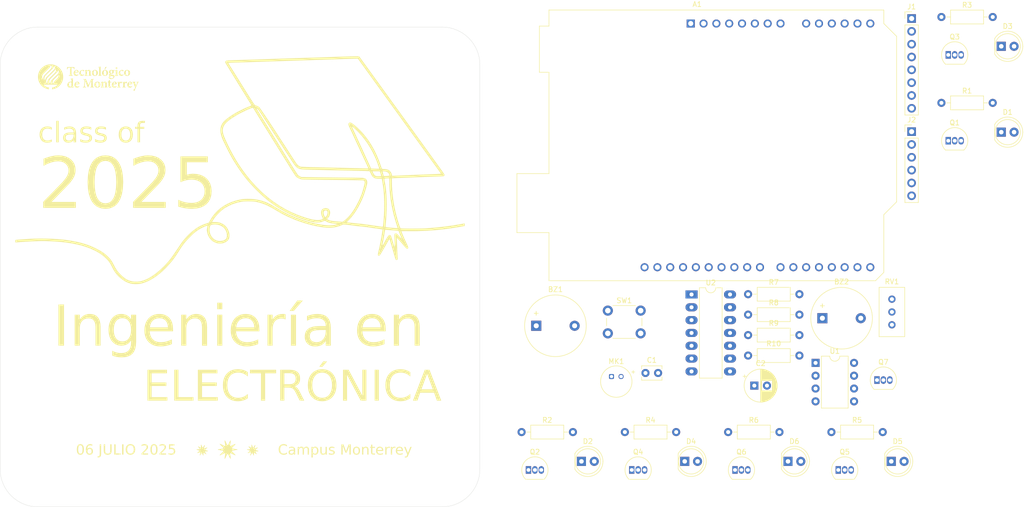
<source format=kicad_pcb>
(kicad_pcb (version 20240108) (generator "pcbnew") (generator_version "8.0")
  (layers (0 "F.Cu" signal) (31 "B.Cu" signal) (34 "B.Paste" user) (35 "F.Paste" user) (36 "B.SilkS" user "B.Silkscreen") (37 "F.SilkS" user "F.Silkscreen") (38 "B.Mask" user) (39 "F.Mask" user) (44 "Edge.Cuts" user))
  (net 0 "")
  (net 12 "Net-(A1-+5V)")
  (net 13 "GND")
  (net 14 "Net-(A1-A0)")
  (net 15 "Net-(A1-D1{slash}TX)")
  (net 16 "Net-(A1-D5)")
  (net 17 "/LEDSchem/PinName")
  (net 18 "Net-(A1-3V3)")
  (net 19 "Net-(A1-A1)")
  (net 20 "/LEDSchem5/PinName")
  (net 21 "/LEDSchem2/PinName")
  (net 22 "Net-(A1-D2)")
  (net 23 "Net-(A1-D6)")
  (net 24 "Net-(A1-~{RESET})")
  (net 25 "Net-(A1-IOREF)")
  (net 26 "Net-(A1-D0{slash}RX)")
  (net 27 "Net-(Q7-B)")
  (net 28 "Net-(MK1-+)")
  (net 29 "Net-(Q7-C)")
  (net 30 "Net-(D1-K)")
  (net 31 "Net-(D2-K)")
  (net 32 "Net-(D3-K)")
  (net 33 "Net-(D4-K)")
  (net 34 "Net-(D5-K)")
  (net 35 "Net-(D6-K)")
  (net 39 "Net-(Q1-B)")
  (net 40 "Net-(Q2-B)")
  (net 41 "Net-(Q3-B)")
  (net 42 "Net-(Q4-B)")
  (net 43 "Net-(Q5-B)")
  (net 44 "Net-(Q6-B)")
  (footprint "Resistor_THT:R_Axial_DIN0207_L6.3mm_D2.5mm_P10.16mm_Horizontal" (layer "F.Cu") (at 251.39 65.01)
    (property "Reference" "R1" (at 5.08 -2.37 0) (layer "F.SilkS"))
    (property "Value" "R")
    (pad "1" thru_hole circle (at 0 0) (size 1.6 1.6) (drill 0.8) (layers "*.Cu" "*.Mask") (net 39 "Net-(Q1-B)"))
    (pad "2" thru_hole oval (at 10.16 0) (size 1.6 1.6) (drill 0.8) (layers "*.Cu" "*.Mask") (net 13 "GND"))
  )
  (footprint "LED_THT:LED_D5.0mm" (layer "F.Cu") (at 200.56 136)
    (property "Reference" "D4" (at 1.27 -3.96 0) (layer "F.SilkS"))
    (property "Value" "LED")
    (pad "1" thru_hole rect (at 0 0) (size 1.8 1.8) (drill 0.9) (layers "*.Cu" "*.Mask") (net 33 "Net-(D4-K)"))
    (pad "2" thru_hole circle (at 2.54 0) (size 1.8 1.8) (drill 0.9) (layers "*.Cu" "*.Mask") (net 17 "/LEDSchem/PinName"))
  )
  (footprint "Resistor_THT:R_Axial_DIN0207_L6.3mm_D2.5mm_P10.16mm_Horizontal" (layer "F.Cu") (at 213.11 111)
    (property "Reference" "R9" (at 5.08 -2.37 0) (layer "F.SilkS"))
    (property "Value" "R")
    (pad "1" thru_hole circle (at 0 0) (size 1.6 1.6) (drill 0.8) (layers "*.Cu" "*.Mask") (net 12 "Net-(A1-+5V)"))
    (pad "2" thru_hole oval (at 10.16 0) (size 1.6 1.6) (drill 0.8) (layers "*.Cu" "*.Mask") (net 28 "Net-(MK1-+)"))
  )
  (footprint "Package_TO_SOT_THT:TO-92_Inline" (layer "F.Cu") (at 210.52 137.7)
    (property "Reference" "Q6" (at 1.27 -3.56 0) (layer "F.SilkS"))
    (property "Value" "2N2219")
    (pad "1" thru_hole rect (at 0 0) (size 1.05 1.5) (drill 0.75) (layers "*.Cu" "*.Mask") (net 13 "GND"))
    (pad "2" thru_hole oval (at 1.27 0) (size 1.05 1.5) (drill 0.75) (layers "*.Cu" "*.Mask") (net 44 "Net-(Q6-B)"))
    (pad "3" thru_hole oval (at 2.54 0) (size 1.05 1.5) (drill 0.75) (layers "*.Cu" "*.Mask") (net 35 "Net-(D6-K)"))
  )
  (footprint "LOGO" (layer "F.Cu") (at 82.5 60)
    (property "Reference" "G***" (hide yes))
    (property "Value" "LOGO" (hide yes))
  )
  (footprint "Resistor_THT:R_Axial_DIN0207_L6.3mm_D2.5mm_P10.16mm_Horizontal" (layer "F.Cu") (at 229.61 130.2)
    (property "Reference" "R5" (at 5.08 -2.37 0) (layer "F.SilkS"))
    (property "Value" "R")
    (pad "1" thru_hole circle (at 0 0) (size 1.6 1.6) (drill 0.8) (layers "*.Cu" "*.Mask") (net 43 "Net-(Q5-B)"))
    (pad "2" thru_hole oval (at 10.16 0) (size 1.6 1.6) (drill 0.8) (layers "*.Cu" "*.Mask") (net 17 "/LEDSchem/PinName"))
  )
  (footprint "Resistor_THT:R_Axial_DIN0207_L6.3mm_D2.5mm_P10.16mm_Horizontal" (layer "F.Cu") (at 213.11 115.05)
    (property "Reference" "R10" (at 5.08 -2.37 0) (layer "F.SilkS"))
    (property "Value" "R")
    (pad "1" thru_hole circle (at 0 0) (size 1.6 1.6) (drill 0.8) (layers "*.Cu" "*.Mask") (net 22 "Net-(A1-D2)"))
    (pad "2" thru_hole oval (at 10.16 0) (size 1.6 1.6) (drill 0.8) (layers "*.Cu" "*.Mask") (net 13 "GND"))
  )
  (footprint "Sensor_Audio:POM-2244P-C3310-2-R" (layer "F.Cu") (at 186.06 119.2)
    (property "Reference" "MK1" (at 0.95 -3 0) (layer "F.SilkS"))
    (property "Value" "Microphone")
    (pad "1" thru_hole roundrect (at 0 0) (size 1 1) (drill 0.65) (layers "*.Cu" "*.Mask") (net 13 "GND"))
    (pad "2" thru_hole circle (at 1.9 0) (size 1 1) (drill 0.65) (layers "*.Cu" "*.Mask") (net 28 "Net-(MK1-+)"))
  )
  (footprint "Package_TO_SOT_THT:TO-92_Inline" (layer "F.Cu") (at 169.62 137.7)
    (property "Reference" "Q2" (at 1.27 -3.56 0) (layer "F.SilkS"))
    (property "Value" "2N2219")
    (pad "1" thru_hole rect (at 0 0) (size 1.05 1.5) (drill 0.75) (layers "*.Cu" "*.Mask") (net 13 "GND"))
    (pad "2" thru_hole oval (at 1.27 0) (size 1.05 1.5) (drill 0.75) (layers "*.Cu" "*.Mask") (net 40 "Net-(Q2-B)"))
    (pad "3" thru_hole oval (at 2.54 0) (size 1.05 1.5) (drill 0.75) (layers "*.Cu" "*.Mask") (net 31 "Net-(D2-K)"))
  )
  (footprint "Package_TO_SOT_THT:TO-92_Inline" (layer "F.Cu") (at 252.75 72.51)
    (property "Reference" "Q1" (at 1.27 -3.56 0) (layer "F.SilkS"))
    (property "Value" "2N2219")
    (pad "1" thru_hole rect (at 0 0) (size 1.05 1.5) (drill 0.75) (layers "*.Cu" "*.Mask") (net 13 "GND"))
    (pad "2" thru_hole oval (at 1.27 0) (size 1.05 1.5) (drill 0.75) (layers "*.Cu" "*.Mask") (net 39 "Net-(Q1-B)"))
    (pad "3" thru_hole oval (at 2.54 0) (size 1.05 1.5) (drill 0.75) (layers "*.Cu" "*.Mask") (net 30 "Net-(D1-K)"))
  )
  (footprint "Resistor_THT:R_Axial_DIN0207_L6.3mm_D2.5mm_P10.16mm_Horizontal" (layer "F.Cu") (at 213.11 106.95)
    (property "Reference" "R8" (at 5.08 -2.37 0) (layer "F.SilkS"))
    (property "Value" "R")
    (pad "1" thru_hole circle (at 0 0) (size 1.6 1.6) (drill 0.8) (layers "*.Cu" "*.Mask") (net 29 "Net-(Q7-C)"))
    (pad "2" thru_hole oval (at 10.16 0) (size 1.6 1.6) (drill 0.8) (layers "*.Cu" "*.Mask") (net 27 "Net-(Q7-B)"))
  )
  (footprint "Capacitor_THT:C_Disc_D3.8mm_W2.6mm_P2.50mm" (layer "F.Cu") (at 192.79 118.5)
    (property "Reference" "C1" (at 1.25 -2.55 0) (layer "F.SilkS"))
    (property "Value" "C_ceramico")
    (pad "1" thru_hole circle (at 0 0) (size 1.6 1.6) (drill 0.8) (layers "*.Cu" "*.Mask") (net 27 "Net-(Q7-B)"))
    (pad "2" thru_hole circle (at 2.5 0) (size 1.6 1.6) (drill 0.8) (layers "*.Cu" "*.Mask") (net 28 "Net-(MK1-+)"))
  )
  (footprint "Package_DIP:DIP-8_W7.62mm" (layer "F.Cu") (at 226.47 116.5)
    (property "Reference" "U1" (at 3.81 -2.33 0) (layer "F.SilkS"))
    (property "Value" "LM358")
    (pad "1" thru_hole rect (at 0 0) (size 1.6 1.6) (drill 0.8) (layers "*.Cu" "*.Mask"))
    (pad "2" thru_hole oval (at 0 2.54) (size 1.6 1.6) (drill 0.8) (layers "*.Cu" "*.Mask"))
    (pad "3" thru_hole oval (at 0 5.08) (size 1.6 1.6) (drill 0.8) (layers "*.Cu" "*.Mask"))
    (pad "4" thru_hole oval (at 0 7.62) (size 1.6 1.6) (drill 0.8) (layers "*.Cu" "*.Mask"))
    (pad "5" thru_hole oval (at 7.62 7.62) (size 1.6 1.6) (drill 0.8) (layers "*.Cu" "*.Mask"))
    (pad "6" thru_hole oval (at 7.62 5.08) (size 1.6 1.6) (drill 0.8) (layers "*.Cu" "*.Mask"))
    (pad "7" thru_hole oval (at 7.62 2.54) (size 1.6 1.6) (drill 0.8) (layers "*.Cu" "*.Mask"))
    (pad "8" thru_hole oval (at 7.62 0) (size 1.6 1.6) (drill 0.8) (layers "*.Cu" "*.Mask"))
  )
  (footprint "LED_THT:LED_D5.0mm" (layer "F.Cu") (at 180.11 136)
    (property "Reference" "D2" (at 1.27 -3.96 0) (layer "F.SilkS"))
    (property "Value" "LED")
    (pad "1" thru_hole rect (at 0 0) (size 1.8 1.8) (drill 0.9) (layers "*.Cu" "*.Mask") (net 31 "Net-(D2-K)"))
    (pad "2" thru_hole circle (at 2.54 0) (size 1.8 1.8) (drill 0.9) (layers "*.Cu" "*.Mask") (net 17 "/LEDSchem/PinName"))
  )
  (footprint "Package_TO_SOT_THT:TO-92_Inline" (layer "F.Cu") (at 238.63 119.9)
    (property "Reference" "Q7" (at 1.27 -3.56 0) (layer "F.SilkS"))
    (property "Value" "2N2219")
    (pad "1" thru_hole rect (at 0 0) (size 1.05 1.5) (drill 0.75) (layers "*.Cu" "*.Mask") (net 13 "GND"))
    (pad "2" thru_hole oval (at 1.27 0) (size 1.05 1.5) (drill 0.75) (layers "*.Cu" "*.Mask") (net 27 "Net-(Q7-B)"))
    (pad "3" thru_hole oval (at 2.54 0) (size 1.05 1.5) (drill 0.75) (layers "*.Cu" "*.Mask") (net 29 "Net-(Q7-C)"))
  )
  (footprint "Connector_PinHeader_2.54mm:PinHeader_1x08_P2.54mm_Vertical" (layer "F.Cu") (at 245.49 48.31)
    (property "Reference" "J1" (at 0 -2.33 0) (layer "F.SilkS"))
    (property "Value" "Voltage Conn")
    (pad "1" thru_hole rect (at 0 0) (size 1.7 1.7) (drill 1) (layers "*.Cu" "*.Mask") (net 17 "/LEDSchem/PinName"))
    (pad "2" thru_hole oval (at 0 2.54) (size 1.7 1.7) (drill 1) (layers "*.Cu" "*.Mask") (net 13 "GND"))
    (pad "3" thru_hole oval (at 0 5.08) (size 1.7 1.7) (drill 1) (layers "*.Cu" "*.Mask") (net 13 "GND"))
    (pad "4" thru_hole oval (at 0 7.62) (size 1.7 1.7) (drill 1) (layers "*.Cu" "*.Mask") (net 12 "Net-(A1-+5V)"))
    (pad "5" thru_hole oval (at 0 10.16) (size 1.7 1.7) (drill 1) (layers "*.Cu" "*.Mask") (net 18 "Net-(A1-3V3)"))
    (pad "6" thru_hole oval (at 0 12.7) (size 1.7 1.7) (drill 1) (layers "*.Cu" "*.Mask") (net 24 "Net-(A1-~{RESET})"))
    (pad "7" thru_hole oval (at 0 15.24) (size 1.7 1.7) (drill 1) (layers "*.Cu" "*.Mask") (net 25 "Net-(A1-IOREF)"))
    (pad "8" thru_hole oval (at 0 17.78) (size 1.7 1.7) (drill 1) (layers "*.Cu" "*.Mask"))
  )
  (footprint "LED_THT:LED_D5.0mm" (layer "F.Cu") (at 263.24 70.81)
    (property "Reference" "D1" (at 1.27 -3.96 0) (layer "F.SilkS"))
    (property "Value" "LED")
    (pad "1" thru_hole rect (at 0 0) (size 1.8 1.8) (drill 0.9) (layers "*.Cu" "*.Mask") (net 30 "Net-(D1-K)"))
    (pad "2" thru_hole circle (at 2.54 0) (size 1.8 1.8) (drill 0.9) (layers "*.Cu" "*.Mask") (net 17 "/LEDSchem/PinName"))
  )
  (footprint "Package_DIP:DIP-14_W7.62mm_LongPads" (layer "F.Cu") (at 201.91 102.95)
    (property "Reference" "U2" (at 3.81 -2.33 0) (layer "F.SilkS"))
    (property "Value" "74LS08")
    (pad "1" thru_hole rect (at 0 0) (size 2.4 1.6) (drill 0.8) (layers "*.Cu" "*.Mask"))
    (pad "2" thru_hole oval (at 0 2.54) (size 2.4 1.6) (drill 0.8) (layers "*.Cu" "*.Mask"))
    (pad "3" thru_hole oval (at 0 5.08) (size 2.4 1.6) (drill 0.8) (layers "*.Cu" "*.Mask"))
    (pad "4" thru_hole oval (at 0 7.62) (size 2.4 1.6) (drill 0.8) (layers "*.Cu" "*.Mask"))
    (pad "5" thru_hole oval (at 0 10.16) (size 2.4 1.6) (drill 0.8) (layers "*.Cu" "*.Mask"))
    (pad "6" thru_hole oval (at 0 12.7) (size 2.4 1.6) (drill 0.8) (layers "*.Cu" "*.Mask"))
    (pad "7" thru_hole oval (at 0 15.24) (size 2.4 1.6) (drill 0.8) (layers "*.Cu" "*.Mask"))
    (pad "8" thru_hole oval (at 7.62 15.24) (size 2.4 1.6) (drill 0.8) (layers "*.Cu" "*.Mask"))
    (pad "9" thru_hole oval (at 7.62 12.7) (size 2.4 1.6) (drill 0.8) (layers "*.Cu" "*.Mask"))
    (pad "10" thru_hole oval (at 7.62 10.16) (size 2.4 1.6) (drill 0.8) (layers "*.Cu" "*.Mask"))
    (pad "11" thru_hole oval (at 7.62 7.62) (size 2.4 1.6) (drill 0.8) (layers "*.Cu" "*.Mask"))
    (pad "12" thru_hole oval (at 7.62 5.08) (size 2.4 1.6) (drill 0.8) (layers "*.Cu" "*.Mask"))
    (pad "13" thru_hole oval (at 7.62 2.54) (size 2.4 1.6) (drill 0.8) (layers "*.Cu" "*.Mask"))
    (pad "14" thru_hole oval (at 7.62 0) (size 2.4 1.6) (drill 0.8) (layers "*.Cu" "*.Mask"))
  )
  (footprint "LED_THT:LED_D5.0mm" (layer "F.Cu") (at 263.24 53.81)
    (property "Reference" "D3" (at 1.27 -3.96 0) (layer "F.SilkS"))
    (property "Value" "LED")
    (pad "1" thru_hole rect (at 0 0) (size 1.8 1.8) (drill 0.9) (layers "*.Cu" "*.Mask") (net 32 "Net-(D3-K)"))
    (pad "2" thru_hole circle (at 2.54 0) (size 1.8 1.8) (drill 0.9) (layers "*.Cu" "*.Mask") (net 17 "/LEDSchem/PinName"))
  )
  (footprint "Potentiometer_THT:Potentiometer_Bourns_3386C_Horizontal" (layer "F.Cu") (at 241.59 103.88)
    (property "Reference" "RV1" (at 0 -3.475 0) (layer "F.SilkS"))
    (property "Value" "R_Potentiometer")
    (pad "1" thru_hole circle (at 0 0) (size 1.44 1.44) (drill 0.8) (layers "*.Cu" "*.Mask") (net 12 "Net-(A1-+5V)"))
    (pad "2" thru_hole circle (at 0 2.54) (size 1.44 1.44) (drill 0.8) (layers "*.Cu" "*.Mask") (net 19 "Net-(A1-A1)"))
    (pad "3" thru_hole circle (at 0 5.08) (size 1.44 1.44) (drill 0.8) (layers "*.Cu" "*.Mask") (net 13 "GND"))
  )
  (footprint "Resistor_THT:R_Axial_DIN0207_L6.3mm_D2.5mm_P10.16mm_Horizontal" (layer "F.Cu") (at 168.26 130.2)
    (property "Reference" "R2" (at 5.08 -2.37 0) (layer "F.SilkS"))
    (property "Value" "R")
    (pad "1" thru_hole circle (at 0 0) (size 1.6 1.6) (drill 0.8) (layers "*.Cu" "*.Mask") (net 40 "Net-(Q2-B)"))
    (pad "2" thru_hole oval (at 10.16 0) (size 1.6 1.6) (drill 0.8) (layers "*.Cu" "*.Mask") (net 17 "/LEDSchem/PinName"))
  )
  (footprint "Package_TO_SOT_THT:TO-92_Inline" (layer "F.Cu") (at 230.97 137.7)
    (property "Reference" "Q5" (at 1.27 -3.56 0) (layer "F.SilkS"))
    (property "Value" "2N2219")
    (pad "1" thru_hole rect (at 0 0) (size 1.05 1.5) (drill 0.75) (layers "*.Cu" "*.Mask") (net 13 "GND"))
    (pad "2" thru_hole oval (at 1.27 0) (size 1.05 1.5) (drill 0.75) (layers "*.Cu" "*.Mask") (net 43 "Net-(Q5-B)"))
    (pad "3" thru_hole oval (at 2.54 0) (size 1.05 1.5) (drill 0.75) (layers "*.Cu" "*.Mask") (net 34 "Net-(D5-K)"))
  )
  (footprint "Buzzer_Beeper:Buzzer_12x9.5RM7.6" (layer "F.Cu") (at 227.82 107.65)
    (property "Reference" "BZ2" (at 3.8 -7.2 0) (layer "F.SilkS"))
    (property "Value" "Buzzer")
    (fp_text user "+" (at -0.01 -2.54 0) (layer "F.SilkS"))
    (pad "1" thru_hole rect (at 0 0) (size 2 2) (drill 1) (layers "*.Cu" "*.Mask") (net 16 "Net-(A1-D5)"))
    (pad "2" thru_hole circle (at 7.6 0) (size 2 2) (drill 1) (layers "*.Cu" "*.Mask") (net 13 "GND"))
  )
  (footprint "LOGO" (layer "F.Cu") (at 112.5 77.5)
    (property "Reference" "G***" (hide yes))
    (property "Value" "LOGO" (hide yes))
  )
  (footprint "Connector_PinHeader_2.54mm:PinHeader_1x06_P2.54mm_Vertical" (layer "F.Cu") (at 245.49 70.71)
    (property "Reference" "J2" (at 0 -2.33 0) (layer "F.SilkS"))
    (property "Value" "FTDI Connector")
    (pad "1" thru_hole rect (at 0 0) (size 1.7 1.7) (drill 1) (layers "*.Cu" "*.Mask"))
    (pad "2" thru_hole oval (at 0 2.54) (size 1.7 1.7) (drill 1) (layers "*.Cu" "*.Mask") (net 15 "Net-(A1-D1{slash}TX)"))
    (pad "3" thru_hole oval (at 0 5.08) (size 1.7 1.7) (drill 1) (layers "*.Cu" "*.Mask") (net 26 "Net-(A1-D0{slash}RX)"))
    (pad "4" thru_hole oval (at 0 7.62) (size 1.7 1.7) (drill 1) (layers "*.Cu" "*.Mask") (net 12 "Net-(A1-+5V)"))
    (pad "5" thru_hole oval (at 0 10.16) (size 1.7 1.7) (drill 1) (layers "*.Cu" "*.Mask"))
    (pad "6" thru_hole oval (at 0 12.7) (size 1.7 1.7) (drill 1) (layers "*.Cu" "*.Mask") (net 13 "GND"))
  )
  (footprint "Package_TO_SOT_THT:TO-92_Inline" (layer "F.Cu") (at 252.75 55.51)
    (property "Reference" "Q3" (at 1.27 -3.56 0) (layer "F.SilkS"))
    (property "Value" "2N2219")
    (pad "1" thru_hole rect (at 0 0) (size 1.05 1.5) (drill 0.75) (layers "*.Cu" "*.Mask") (net 13 "GND"))
    (pad "2" thru_hole oval (at 1.27 0) (size 1.05 1.5) (drill 0.75) (layers "*.Cu" "*.Mask") (net 41 "Net-(Q3-B)"))
    (pad "3" thru_hole oval (at 2.54 0) (size 1.05 1.5) (drill 0.75) (layers "*.Cu" "*.Mask") (net 32 "Net-(D3-K)"))
  )
  (footprint "Resistor_THT:R_Axial_DIN0207_L6.3mm_D2.5mm_P10.16mm_Horizontal" (layer "F.Cu") (at 251.39 48.01)
    (property "Reference" "R3" (at 5.08 -2.37 0) (layer "F.SilkS"))
    (property "Value" "R")
    (pad "1" thru_hole circle (at 0 0) (size 1.6 1.6) (drill 0.8) (layers "*.Cu" "*.Mask") (net 41 "Net-(Q3-B)"))
    (pad "2" thru_hole oval (at 10.16 0) (size 1.6 1.6) (drill 0.8) (layers "*.Cu" "*.Mask") (net 21 "/LEDSchem2/PinName"))
  )
  (footprint "LOGO" (layer "F.Cu") (at 110 135)
    (property "Reference" "G***" (hide yes))
    (property "Value" "LOGO" (hide yes))
  )
  (footprint "Buzzer_Beeper:Buzzer_12x9.5RM7.6" (layer "F.Cu") (at 171.16 109.15)
    (property "Reference" "BZ1" (at 3.8 -7.2 0) (layer "F.SilkS"))
    (property "Value" "Buzzer")
    (fp_text user "+" (at -0.01 -2.54 0) (layer "F.SilkS"))
    (pad "1" thru_hole rect (at 0 0) (size 2 2) (drill 1) (layers "*.Cu" "*.Mask") (net 23 "Net-(A1-D6)"))
    (pad "2" thru_hole circle (at 7.6 0) (size 2 2) (drill 1) (layers "*.Cu" "*.Mask") (net 13 "GND"))
  )
  (footprint "Button_Switch_THT:SW_PUSH_6mm" (layer "F.Cu") (at 185.335 106.15)
    (property "Reference" "SW1" (at 3.25 -2 0) (layer "F.SilkS"))
    (property "Value" "SW_Push")
    (pad "1" thru_hole circle (at 0 0 90) (size 2 2) (drill 1.1) (layers "*.Cu" "*.Mask") (net 22 "Net-(A1-D2)"))
    (pad "1" thru_hole circle (at 6.5 0 90) (size 2 2) (drill 1.1) (layers "*.Cu" "*.Mask") (net 22 "Net-(A1-D2)"))
    (pad "2" thru_hole circle (at 0 4.5 90) (size 2 2) (drill 1.1) (layers "*.Cu" "*.Mask") (net 12 "Net-(A1-+5V)"))
    (pad "2" thru_hole circle (at 6.5 4.5 90) (size 2 2) (drill 1.1) (layers "*.Cu" "*.Mask") (net 12 "Net-(A1-+5V)"))
  )
  (footprint "Resistor_THT:R_Axial_DIN0207_L6.3mm_D2.5mm_P10.16mm_Horizontal" (layer "F.Cu") (at 213.11 102.9)
    (property "Reference" "R7" (at 5.08 -2.37 0) (layer "F.SilkS"))
    (property "Value" "R")
    (pad "1" thru_hole circle (at 0 0) (size 1.6 1.6) (drill 0.8) (layers "*.Cu" "*.Mask") (net 12 "Net-(A1-+5V)"))
    (pad "2" thru_hole oval (at 10.16 0) (size 1.6 1.6) (drill 0.8) (layers "*.Cu" "*.Mask") (net 29 "Net-(Q7-C)"))
  )
  (footprint "LED_THT:LED_D5.0mm" (layer "F.Cu") (at 241.46 136)
    (property "Reference" "D5" (at 1.27 -3.96 0) (layer "F.SilkS"))
    (property "Value" "LED")
    (pad "1" thru_hole rect (at 0 0) (size 1.8 1.8) (drill 0.9) (layers "*.Cu" "*.Mask") (net 34 "Net-(D5-K)"))
    (pad "2" thru_hole circle (at 2.54 0) (size 1.8 1.8) (drill 0.9) (layers "*.Cu" "*.Mask") (net 17 "/LEDSchem/PinName"))
  )
  (footprint "Capacitor_THT:CP_Radial_D6.3mm_P2.50mm" (layer "F.Cu") (at 214.345241 121)
    (property "Reference" "C2" (at 1.25 -4.4 0) (layer "F.SilkS"))
    (property "Value" "C_Polarized")
    (pad "1" thru_hole rect (at 0 0) (size 1.6 1.6) (drill 0.8) (layers "*.Cu" "*.Mask") (net 29 "Net-(Q7-C)"))
    (pad "2" thru_hole circle (at 2.5 0) (size 1.6 1.6) (drill 0.8) (layers "*.Cu" "*.Mask") (net 14 "Net-(A1-A0)"))
  )
  (footprint "Resistor_THT:R_Axial_DIN0207_L6.3mm_D2.5mm_P10.16mm_Horizontal" (layer "F.Cu") (at 188.71 130.2)
    (property "Reference" "R4" (at 5.08 -2.37 0) (layer "F.SilkS"))
    (property "Value" "R")
    (pad "1" thru_hole circle (at 0 0) (size 1.6 1.6) (drill 0.8) (layers "*.Cu" "*.Mask") (net 42 "Net-(Q4-B)"))
    (pad "2" thru_hole oval (at 10.16 0) (size 1.6 1.6) (drill 0.8) (layers "*.Cu" "*.Mask") (net 17 "/LEDSchem/PinName"))
  )
  (footprint "LED_THT:LED_D5.0mm" (layer "F.Cu") (at 221.01 136)
    (property "Reference" "D6" (at 1.27 -3.96 0) (layer "F.SilkS"))
    (property "Value" "LED")
    (pad "1" thru_hole rect (at 0 0) (size 1.8 1.8) (drill 0.9) (layers "*.Cu" "*.Mask") (net 35 "Net-(D6-K)"))
    (pad "2" thru_hole circle (at 2.54 0) (size 1.8 1.8) (drill 0.9) (layers "*.Cu" "*.Mask") (net 17 "/LEDSchem/PinName"))
  )
  (footprint "Package_TO_SOT_THT:TO-92_Inline" (layer "F.Cu") (at 190.07 137.7)
    (property "Reference" "Q4" (at 1.27 -3.56 0) (layer "F.SilkS"))
    (property "Value" "2N2219")
    (pad "1" thru_hole rect (at 0 0) (size 1.05 1.5) (drill 0.75) (layers "*.Cu" "*.Mask") (net 13 "GND"))
    (pad "2" thru_hole oval (at 1.27 0) (size 1.05 1.5) (drill 0.75) (layers "*.Cu" "*.Mask") (net 42 "Net-(Q4-B)"))
    (pad "3" thru_hole oval (at 2.54 0) (size 1.05 1.5) (drill 0.75) (layers "*.Cu" "*.Mask") (net 33 "Net-(D4-K)"))
  )
  (footprint "Module:Arduino_UNO_R3" (layer "F.Cu") (at 201.75 49.3)
    (property "Reference" "A1" (at 1.27 -3.81 180) (layer "F.SilkS"))
    (property "Value" "Arduino_UNO_R3")
    (pad "1" thru_hole rect (at 0 0 90) (size 1.6 1.6) (drill 1) (layers "*.Cu" "*.Mask"))
    (pad "2" thru_hole oval (at 2.54 0 90) (size 1.6 1.6) (drill 1) (layers "*.Cu" "*.Mask") (net 25 "Net-(A1-IOREF)"))
    (pad "3" thru_hole oval (at 5.08 0 90) (size 1.6 1.6) (drill 1) (layers "*.Cu" "*.Mask") (net 24 "Net-(A1-~{RESET})"))
    (pad "4" thru_hole oval (at 7.62 0 90) (size 1.6 1.6) (drill 1) (layers "*.Cu" "*.Mask") (net 18 "Net-(A1-3V3)"))
    (pad "5" thru_hole oval (at 10.16 0 90) (size 1.6 1.6) (drill 1) (layers "*.Cu" "*.Mask") (net 12 "Net-(A1-+5V)"))
    (pad "6" thru_hole oval (at 12.7 0 90) (size 1.6 1.6) (drill 1) (layers "*.Cu" "*.Mask") (net 13 "GND"))
    (pad "7" thru_hole oval (at 15.24 0 90) (size 1.6 1.6) (drill 1) (layers "*.Cu" "*.Mask") (net 13 "GND"))
    (pad "8" thru_hole oval (at 17.78 0 90) (size 1.6 1.6) (drill 1) (layers "*.Cu" "*.Mask") (net 17 "/LEDSchem/PinName"))
    (pad "9" thru_hole oval (at 22.86 0 90) (size 1.6 1.6) (drill 1) (layers "*.Cu" "*.Mask") (net 14 "Net-(A1-A0)"))
    (pad "10" thru_hole oval (at 25.4 0 90) (size 1.6 1.6) (drill 1) (layers "*.Cu" "*.Mask") (net 19 "Net-(A1-A1)"))
    (pad "11" thru_hole oval (at 27.94 0 90) (size 1.6 1.6) (drill 1) (layers "*.Cu" "*.Mask"))
    (pad "12" thru_hole oval (at 30.48 0 90) (size 1.6 1.6) (drill 1) (layers "*.Cu" "*.Mask"))
    (pad "13" thru_hole oval (at 33.02 0 90) (size 1.6 1.6) (drill 1) (layers "*.Cu" "*.Mask"))
    (pad "14" thru_hole oval (at 35.56 0 90) (size 1.6 1.6) (drill 1) (layers "*.Cu" "*.Mask"))
    (pad "15" thru_hole oval (at 35.56 48.26 90) (size 1.6 1.6) (drill 1) (layers "*.Cu" "*.Mask") (net 26 "Net-(A1-D0{slash}RX)"))
    (pad "16" thru_hole oval (at 33.02 48.26 90) (size 1.6 1.6) (drill 1) (layers "*.Cu" "*.Mask") (net 15 "Net-(A1-D1{slash}TX)"))
    (pad "17" thru_hole oval (at 30.48 48.26 90) (size 1.6 1.6) (drill 1) (layers "*.Cu" "*.Mask") (net 22 "Net-(A1-D2)"))
    (pad "18" thru_hole oval (at 27.94 48.26 90) (size 1.6 1.6) (drill 1) (layers "*.Cu" "*.Mask"))
    (pad "19" thru_hole oval (at 25.4 48.26 90) (size 1.6 1.6) (drill 1) (layers "*.Cu" "*.Mask"))
    (pad "20" thru_hole oval (at 22.86 48.26 90) (size 1.6 1.6) (drill 1) (layers "*.Cu" "*.Mask") (net 16 "Net-(A1-D5)"))
    (pad "21" thru_hole oval (at 20.32 48.26 90) (size 1.6 1.6) (drill 1) (layers "*.Cu" "*.Mask") (net 23 "Net-(A1-D6)"))
    (pad "22" thru_hole oval (at 17.78 48.26 90) (size 1.6 1.6) (drill 1) (layers "*.Cu" "*.Mask"))
    (pad "23" thru_hole oval (at 13.72 48.26 90) (size 1.6 1.6) (drill 1) (layers "*.Cu" "*.Mask") (net 17 "/LEDSchem/PinName"))
    (pad "24" thru_hole oval (at 11.18 48.26 90) (size 1.6 1.6) (drill 1) (layers "*.Cu" "*.Mask") (net 13 "GND"))
    (pad "25" thru_hole oval (at 8.64 48.26 90) (size 1.6 1.6) (drill 1) (layers "*.Cu" "*.Mask") (net 21 "/LEDSchem2/PinName"))
    (pad "26" thru_hole oval (at 6.1 48.26 90) (size 1.6 1.6) (drill 1) (layers "*.Cu" "*.Mask") (net 17 "/LEDSchem/PinName"))
    (pad "27" thru_hole oval (at 3.56 48.26 90) (size 1.6 1.6) (drill 1) (layers "*.Cu" "*.Mask") (net 17 "/LEDSchem/PinName"))
    (pad "28" thru_hole oval (at 1.02 48.26 90) (size 1.6 1.6) (drill 1) (layers "*.Cu" "*.Mask") (net 20 "/LEDSchem5/PinName"))
    (pad "29" thru_hole oval (at -1.52 48.26 90) (size 1.6 1.6) (drill 1) (layers "*.Cu" "*.Mask") (net 13 "GND"))
    (pad "30" thru_hole oval (at -4.06 48.26 90) (size 1.6 1.6) (drill 1) (layers "*.Cu" "*.Mask"))
    (pad "31" thru_hole oval (at -6.6 48.26 90) (size 1.6 1.6) (drill 1) (layers "*.Cu" "*.Mask"))
    (pad "32" thru_hole oval (at -9.14 48.26 90) (size 1.6 1.6) (drill 1) (layers "*.Cu" "*.Mask"))
  )
  (footprint "Resistor_THT:R_Axial_DIN0207_L6.3mm_D2.5mm_P10.16mm_Horizontal" (layer "F.Cu") (at 209.16 130.2)
    (property "Reference" "R6" (at 5.08 -2.37 0) (layer "F.SilkS"))
    (property "Value" "R")
    (pad "1" thru_hole circle (at 0 0) (size 1.6 1.6) (drill 0.8) (layers "*.Cu" "*.Mask") (net 44 "Net-(Q6-B)"))
    (pad "2" thru_hole oval (at 10.16 0) (size 1.6 1.6) (drill 0.8) (layers "*.Cu" "*.Mask") (net 20 "/LEDSchem5/PinName"))
  )
  (gr_arc (start 65 57.5) (mid 67.196699 52.196699) (end 72.5 50) (stroke (width 0.05)) (layer "Edge.Cuts"))
  (gr_arc (start 72.5 145) (mid 67.196699 142.803301) (end 65 137.5) (stroke (width 0.05)) (layer "Edge.Cuts"))
  (gr_arc (start 152.5 50) (mid 157.803301 52.196699) (end 160 57.5) (stroke (width 0.05)) (layer "Edge.Cuts"))
  (gr_arc (start 160 137.5) (mid 157.803301 142.803301) (end 152.5 145) (stroke (width 0.05)) (layer "Edge.Cuts"))
  (gr_line (start 65 137.5) (end 65 57.5) (stroke (width 0.05)) (layer "Edge.Cuts"))
  (gr_line (start 160 57.5) (end 160 137.5) (stroke (width 0.05)) (layer "Edge.Cuts"))
  (gr_line (start 152.5 145) (end 72.5 145) (stroke (width 0.05)) (layer "Edge.Cuts"))
  (gr_line (start 72.5 50) (end 152.5 50) (stroke (width 0.05)) (layer "Edge.Cuts"))
  (gr_text "Ingeniería en " (at 75.45 114.45 0) (layer "F.SilkS") (effects (font (size 8 8) (thickness 0.1)) (justify left bottom)))
  (gr_text "class of" (at 72.5 73.5 0) (layer "F.SilkS") (effects (font (size 4 4)) (justify left bottom)))
  (gr_text "06 JULIO 2025" (at 80 135 0) (layer "F.SilkS") (effects (font (size 2 2) (thickness 0.1)) (justify left bottom)))
  (gr_text "ELECTRÓNICA" (at 93.35 125 0) (layer "F.SilkS") (effects (font (size 6 6) (thickness 0.1)) (justify left bottom)))
  (gr_text "Campus Monterrey" (at 120 135 0) (layer "F.SilkS") (effects (font (size 2 2) (thickness 0.1)) (justify left bottom)))
  (gr_text "2025" (at 72.5 87.5 0) (layer "F.SilkS") (effects (font (size 10 10) (thickness 0.1)) (justify left bottom)))
)
</source>
